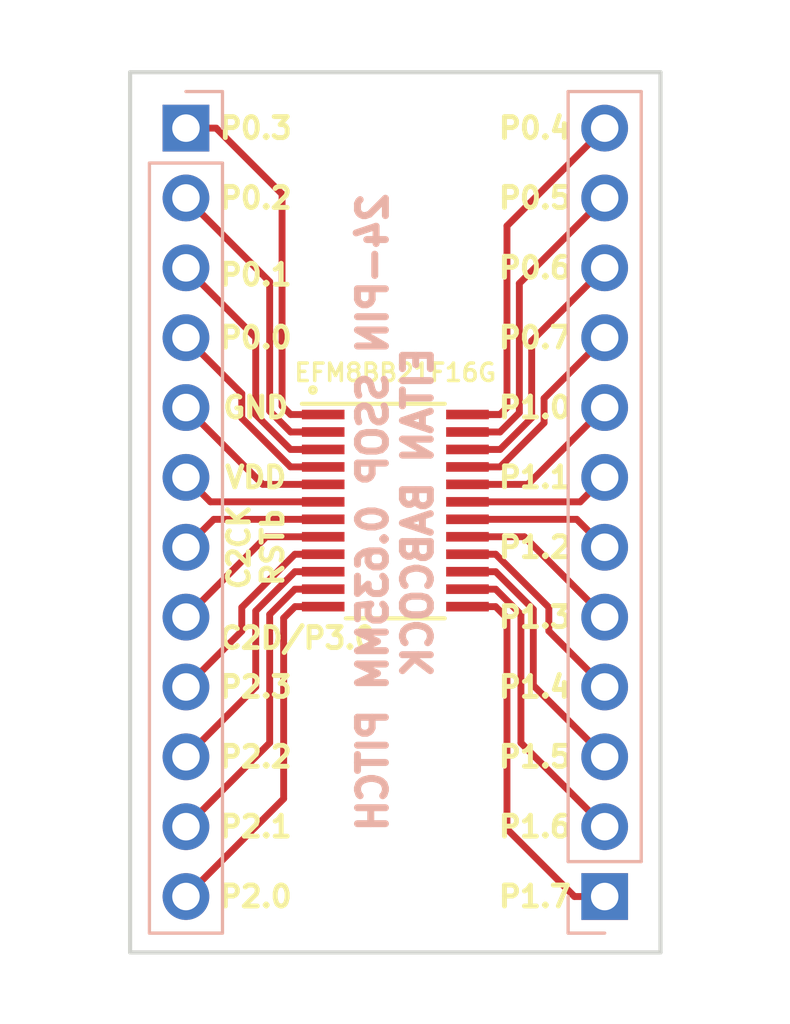
<source format=kicad_pcb>
(kicad_pcb (version 20171130) (host pcbnew 5.0.2-bee76a0~70~ubuntu18.04.1)

  (general
    (thickness 1.6)
    (drawings 29)
    (tracks 84)
    (zones 0)
    (modules 3)
    (nets 25)
  )

  (page A4)
  (layers
    (0 F.Cu signal)
    (31 B.Cu signal)
    (32 B.Adhes user)
    (33 F.Adhes user)
    (34 B.Paste user)
    (35 F.Paste user)
    (36 B.SilkS user)
    (37 F.SilkS user)
    (38 B.Mask user)
    (39 F.Mask user)
    (40 Dwgs.User user)
    (41 Cmts.User user)
    (42 Eco1.User user)
    (43 Eco2.User user)
    (44 Edge.Cuts user)
    (45 Margin user)
    (46 B.CrtYd user)
    (47 F.CrtYd user)
    (48 B.Fab user)
    (49 F.Fab user)
  )

  (setup
    (last_trace_width 0.25)
    (trace_clearance 0.2)
    (zone_clearance 0.508)
    (zone_45_only no)
    (trace_min 0.2)
    (segment_width 0.2)
    (edge_width 0.15)
    (via_size 0.8)
    (via_drill 0.4)
    (via_min_size 0.4)
    (via_min_drill 0.3)
    (uvia_size 0.3)
    (uvia_drill 0.1)
    (uvias_allowed no)
    (uvia_min_size 0.2)
    (uvia_min_drill 0.1)
    (pcb_text_width 0.3)
    (pcb_text_size 1.5 1.5)
    (mod_edge_width 0.15)
    (mod_text_size 1 1)
    (mod_text_width 0.15)
    (pad_size 1.524 1.524)
    (pad_drill 0.762)
    (pad_to_mask_clearance 0.051)
    (solder_mask_min_width 0.25)
    (aux_axis_origin 0 0)
    (visible_elements FFFFFF7F)
    (pcbplotparams
      (layerselection 0x010fc_ffffffff)
      (usegerberextensions false)
      (usegerberattributes false)
      (usegerberadvancedattributes false)
      (creategerberjobfile false)
      (excludeedgelayer true)
      (linewidth 0.100000)
      (plotframeref false)
      (viasonmask false)
      (mode 1)
      (useauxorigin false)
      (hpglpennumber 1)
      (hpglpenspeed 20)
      (hpglpendiameter 15.000000)
      (psnegative false)
      (psa4output false)
      (plotreference true)
      (plotvalue true)
      (plotinvisibletext false)
      (padsonsilk false)
      (subtractmaskfromsilk false)
      (outputformat 1)
      (mirror false)
      (drillshape 1)
      (scaleselection 1)
      (outputdirectory ""))
  )

  (net 0 "")
  (net 1 1)
  (net 2 2)
  (net 3 3)
  (net 4 4)
  (net 5 5)
  (net 6 6)
  (net 7 7)
  (net 8 8)
  (net 9 9)
  (net 10 10)
  (net 11 11)
  (net 12 12)
  (net 13 24)
  (net 14 23)
  (net 15 22)
  (net 16 21)
  (net 17 20)
  (net 18 19)
  (net 19 18)
  (net 20 17)
  (net 21 16)
  (net 22 15)
  (net 23 14)
  (net 24 13)

  (net_class Default "This is the default net class."
    (clearance 0.2)
    (trace_width 0.25)
    (via_dia 0.8)
    (via_drill 0.4)
    (uvia_dia 0.3)
    (uvia_drill 0.1)
    (add_net 1)
    (add_net 10)
    (add_net 11)
    (add_net 12)
    (add_net 13)
    (add_net 14)
    (add_net 15)
    (add_net 16)
    (add_net 17)
    (add_net 18)
    (add_net 19)
    (add_net 2)
    (add_net 20)
    (add_net 21)
    (add_net 22)
    (add_net 23)
    (add_net 24)
    (add_net 3)
    (add_net 4)
    (add_net 5)
    (add_net 6)
    (add_net 7)
    (add_net 8)
    (add_net 9)
  )

  (module Connector_PinHeader_2.54mm:PinHeader_1x12_P2.54mm_Vertical (layer B.Cu) (tedit 5C608F10) (tstamp 5C801F58)
    (at 139.7 76.2 180)
    (descr "Through hole straight pin header, 1x12, 2.54mm pitch, single row")
    (tags "Through hole pin header THT 1x12 2.54mm single row")
    (path /5C608857)
    (fp_text reference J1 (at 0 2.33 180) (layer B.Fab)
      (effects (font (size 1 1) (thickness 0.15)) (justify mirror))
    )
    (fp_text value Conn_01x12_Male (at 0 -31.75 180) (layer B.Fab)
      (effects (font (size 1 1) (thickness 0.15)) (justify mirror))
    )
    (fp_line (start -0.635 1.27) (end 1.27 1.27) (layer B.Fab) (width 0.1))
    (fp_line (start 1.27 1.27) (end 1.27 -29.21) (layer B.Fab) (width 0.1))
    (fp_line (start 1.27 -29.21) (end -1.27 -29.21) (layer B.Fab) (width 0.1))
    (fp_line (start -1.27 -29.21) (end -1.27 0.635) (layer B.Fab) (width 0.1))
    (fp_line (start -1.27 0.635) (end -0.635 1.27) (layer B.Fab) (width 0.1))
    (fp_line (start -1.33 -29.27) (end 1.33 -29.27) (layer B.SilkS) (width 0.12))
    (fp_line (start -1.33 -1.27) (end -1.33 -29.27) (layer B.SilkS) (width 0.12))
    (fp_line (start 1.33 -1.27) (end 1.33 -29.27) (layer B.SilkS) (width 0.12))
    (fp_line (start -1.33 -1.27) (end 1.33 -1.27) (layer B.SilkS) (width 0.12))
    (fp_line (start -1.33 0) (end -1.33 1.33) (layer B.SilkS) (width 0.12))
    (fp_line (start -1.33 1.33) (end 0 1.33) (layer B.SilkS) (width 0.12))
    (fp_line (start -1.8 1.8) (end -1.8 -29.75) (layer B.CrtYd) (width 0.05))
    (fp_line (start -1.8 -29.75) (end 1.8 -29.75) (layer B.CrtYd) (width 0.05))
    (fp_line (start 1.8 -29.75) (end 1.8 1.8) (layer B.CrtYd) (width 0.05))
    (fp_line (start 1.8 1.8) (end -1.8 1.8) (layer B.CrtYd) (width 0.05))
    (fp_text user %R (at 0 -13.97 90) (layer B.Fab)
      (effects (font (size 1 1) (thickness 0.15)) (justify mirror))
    )
    (pad 1 thru_hole rect (at 0 0 180) (size 1.7 1.7) (drill 1) (layers *.Cu *.Mask)
      (net 1 1))
    (pad 2 thru_hole oval (at 0 -2.54 180) (size 1.7 1.7) (drill 1) (layers *.Cu *.Mask)
      (net 2 2))
    (pad 3 thru_hole oval (at 0 -5.08 180) (size 1.7 1.7) (drill 1) (layers *.Cu *.Mask)
      (net 3 3))
    (pad 4 thru_hole oval (at 0 -7.62 180) (size 1.7 1.7) (drill 1) (layers *.Cu *.Mask)
      (net 4 4))
    (pad 5 thru_hole oval (at 0 -10.16 180) (size 1.7 1.7) (drill 1) (layers *.Cu *.Mask)
      (net 5 5))
    (pad 6 thru_hole oval (at 0 -12.7 180) (size 1.7 1.7) (drill 1) (layers *.Cu *.Mask)
      (net 6 6))
    (pad 7 thru_hole oval (at 0 -15.24 180) (size 1.7 1.7) (drill 1) (layers *.Cu *.Mask)
      (net 7 7))
    (pad 8 thru_hole oval (at 0 -17.78 180) (size 1.7 1.7) (drill 1) (layers *.Cu *.Mask)
      (net 8 8))
    (pad 9 thru_hole oval (at 0 -20.32 180) (size 1.7 1.7) (drill 1) (layers *.Cu *.Mask)
      (net 9 9))
    (pad 10 thru_hole oval (at 0 -22.86 180) (size 1.7 1.7) (drill 1) (layers *.Cu *.Mask)
      (net 10 10))
    (pad 11 thru_hole oval (at 0 -25.4 180) (size 1.7 1.7) (drill 1) (layers *.Cu *.Mask)
      (net 11 11))
    (pad 12 thru_hole oval (at 0 -27.94 180) (size 1.7 1.7) (drill 1) (layers *.Cu *.Mask)
      (net 12 12))
    (model ${KISYS3DMOD}/Connector_PinHeader_2.54mm.3dshapes/PinHeader_1x12_P2.54mm_Vertical.wrl
      (at (xyz 0 0 0))
      (scale (xyz 1 1 1))
      (rotate (xyz 0 0 0))
    )
  )

  (module Connector_PinHeader_2.54mm:PinHeader_1x12_P2.54mm_Vertical (layer B.Cu) (tedit 5C608F07) (tstamp 5C8023ED)
    (at 154.94 104.14)
    (descr "Through hole straight pin header, 1x12, 2.54mm pitch, single row")
    (tags "Through hole pin header THT 1x12 2.54mm single row")
    (path /5C6088CB)
    (fp_text reference J2 (at 0 2.33) (layer B.Fab)
      (effects (font (size 1 1) (thickness 0.15)) (justify mirror))
    )
    (fp_text value Conn_01x12_Male (at 0 -31.75) (layer B.Fab)
      (effects (font (size 1 1) (thickness 0.15)) (justify mirror))
    )
    (fp_text user %R (at 0 -13.97 -90) (layer B.Fab)
      (effects (font (size 1 1) (thickness 0.15)) (justify mirror))
    )
    (fp_line (start 1.8 1.8) (end -1.8 1.8) (layer B.CrtYd) (width 0.05))
    (fp_line (start 1.8 -29.75) (end 1.8 1.8) (layer B.CrtYd) (width 0.05))
    (fp_line (start -1.8 -29.75) (end 1.8 -29.75) (layer B.CrtYd) (width 0.05))
    (fp_line (start -1.8 1.8) (end -1.8 -29.75) (layer B.CrtYd) (width 0.05))
    (fp_line (start -1.33 1.33) (end 0 1.33) (layer B.SilkS) (width 0.12))
    (fp_line (start -1.33 0) (end -1.33 1.33) (layer B.SilkS) (width 0.12))
    (fp_line (start -1.33 -1.27) (end 1.33 -1.27) (layer B.SilkS) (width 0.12))
    (fp_line (start 1.33 -1.27) (end 1.33 -29.27) (layer B.SilkS) (width 0.12))
    (fp_line (start -1.33 -1.27) (end -1.33 -29.27) (layer B.SilkS) (width 0.12))
    (fp_line (start -1.33 -29.27) (end 1.33 -29.27) (layer B.SilkS) (width 0.12))
    (fp_line (start -1.27 0.635) (end -0.635 1.27) (layer B.Fab) (width 0.1))
    (fp_line (start -1.27 -29.21) (end -1.27 0.635) (layer B.Fab) (width 0.1))
    (fp_line (start 1.27 -29.21) (end -1.27 -29.21) (layer B.Fab) (width 0.1))
    (fp_line (start 1.27 1.27) (end 1.27 -29.21) (layer B.Fab) (width 0.1))
    (fp_line (start -0.635 1.27) (end 1.27 1.27) (layer B.Fab) (width 0.1))
    (pad 12 thru_hole oval (at 0 -27.94) (size 1.7 1.7) (drill 1) (layers *.Cu *.Mask)
      (net 13 24))
    (pad 11 thru_hole oval (at 0 -25.4) (size 1.7 1.7) (drill 1) (layers *.Cu *.Mask)
      (net 14 23))
    (pad 10 thru_hole oval (at 0 -22.86) (size 1.7 1.7) (drill 1) (layers *.Cu *.Mask)
      (net 15 22))
    (pad 9 thru_hole oval (at 0 -20.32) (size 1.7 1.7) (drill 1) (layers *.Cu *.Mask)
      (net 16 21))
    (pad 8 thru_hole oval (at 0 -17.78) (size 1.7 1.7) (drill 1) (layers *.Cu *.Mask)
      (net 17 20))
    (pad 7 thru_hole oval (at 0 -15.24) (size 1.7 1.7) (drill 1) (layers *.Cu *.Mask)
      (net 18 19))
    (pad 6 thru_hole oval (at 0 -12.7) (size 1.7 1.7) (drill 1) (layers *.Cu *.Mask)
      (net 19 18))
    (pad 5 thru_hole oval (at 0 -10.16) (size 1.7 1.7) (drill 1) (layers *.Cu *.Mask)
      (net 20 17))
    (pad 4 thru_hole oval (at 0 -7.62) (size 1.7 1.7) (drill 1) (layers *.Cu *.Mask)
      (net 21 16))
    (pad 3 thru_hole oval (at 0 -5.08) (size 1.7 1.7) (drill 1) (layers *.Cu *.Mask)
      (net 22 15))
    (pad 2 thru_hole oval (at 0 -2.54) (size 1.7 1.7) (drill 1) (layers *.Cu *.Mask)
      (net 23 14))
    (pad 1 thru_hole rect (at 0 0) (size 1.7 1.7) (drill 1) (layers *.Cu *.Mask)
      (net 24 13))
    (model ${KISYS3DMOD}/Connector_PinHeader_2.54mm.3dshapes/PinHeader_1x12_P2.54mm_Vertical.wrl
      (at (xyz 0 0 0))
      (scale (xyz 1 1 1))
      (rotate (xyz 0 0 0))
    )
  )

  (module blheli_esc:efm8b21-qsop24 (layer F.Cu) (tedit 5C6094BF) (tstamp 5C801F97)
    (at 147.32 90.424)
    (path /5C6081F4)
    (fp_text reference U1 (at 0 -1.27) (layer F.Fab)
      (effects (font (size 1 1) (thickness 0.15)))
    )
    (fp_text value EFM8BB21F16G (at 0 -5.334 180) (layer F.SilkS)
      (effects (font (size 0.635 0.635) (thickness 0.127)))
    )
    (fp_line (start -3.4 -4.2) (end 1.8 -4.2) (layer F.SilkS) (width 0.15))
    (fp_line (start -1.8 3.6) (end 1.8 3.6) (layer F.SilkS) (width 0.15))
    (fp_circle (center -3 -4.7) (end -2.9 -4.7) (layer F.SilkS) (width 0.15))
    (pad 1 smd rect (at -2.625 -3.81) (size 1.55 0.35) (layers F.Cu F.Paste F.Mask)
      (net 1 1))
    (pad 2 smd rect (at -2.625 -3.175) (size 1.55 0.35) (layers F.Cu F.Paste F.Mask)
      (net 2 2))
    (pad 3 smd rect (at -2.625 -2.54) (size 1.55 0.35) (layers F.Cu F.Paste F.Mask)
      (net 3 3))
    (pad 4 smd rect (at -2.625 -1.905) (size 1.55 0.35) (layers F.Cu F.Paste F.Mask)
      (net 4 4))
    (pad 5 smd rect (at -2.625 -1.27) (size 1.55 0.35) (layers F.Cu F.Paste F.Mask)
      (net 5 5))
    (pad 6 smd rect (at -2.625 -0.635) (size 1.55 0.35) (layers F.Cu F.Paste F.Mask)
      (net 6 6))
    (pad 7 smd rect (at -2.625 0) (size 1.55 0.35) (layers F.Cu F.Paste F.Mask)
      (net 7 7))
    (pad 8 smd rect (at -2.625 0.635) (size 1.55 0.35) (layers F.Cu F.Paste F.Mask)
      (net 8 8))
    (pad 9 smd rect (at -2.625 1.27) (size 1.55 0.35) (layers F.Cu F.Paste F.Mask)
      (net 9 9))
    (pad 10 smd rect (at -2.625 1.905) (size 1.55 0.35) (layers F.Cu F.Paste F.Mask)
      (net 10 10))
    (pad 11 smd rect (at -2.625 2.54) (size 1.55 0.35) (layers F.Cu F.Paste F.Mask)
      (net 11 11))
    (pad 12 smd rect (at -2.625 3.175) (size 1.55 0.35) (layers F.Cu F.Paste F.Mask)
      (net 12 12))
    (pad 13 smd rect (at 2.625 3.175) (size 1.55 0.35) (layers F.Cu F.Paste F.Mask)
      (net 24 13))
    (pad 14 smd rect (at 2.625 2.54) (size 1.55 0.35) (layers F.Cu F.Paste F.Mask)
      (net 23 14))
    (pad 15 smd rect (at 2.625 1.905) (size 1.55 0.35) (layers F.Cu F.Paste F.Mask)
      (net 22 15))
    (pad 16 smd rect (at 2.625 1.27) (size 1.55 0.35) (layers F.Cu F.Paste F.Mask)
      (net 21 16))
    (pad 17 smd rect (at 2.625 0.635) (size 1.55 0.35) (layers F.Cu F.Paste F.Mask)
      (net 20 17))
    (pad 18 smd rect (at 2.625 0) (size 1.55 0.35) (layers F.Cu F.Paste F.Mask)
      (net 19 18))
    (pad 19 smd rect (at 2.625 -0.635) (size 1.55 0.35) (layers F.Cu F.Paste F.Mask)
      (net 18 19))
    (pad 20 smd rect (at 2.625 -1.27) (size 1.55 0.35) (layers F.Cu F.Paste F.Mask)
      (net 17 20))
    (pad 21 smd rect (at 2.625 -1.905) (size 1.55 0.35) (layers F.Cu F.Paste F.Mask)
      (net 16 21))
    (pad 22 smd rect (at 2.625 -2.54) (size 1.55 0.35) (layers F.Cu F.Paste F.Mask)
      (net 15 22))
    (pad 23 smd rect (at 2.625 -3.175) (size 1.55 0.35) (layers F.Cu F.Paste F.Mask)
      (net 14 23))
    (pad 24 smd rect (at 2.625 -3.81) (size 1.55 0.35) (layers F.Cu F.Paste F.Mask)
      (net 13 24))
  )

  (gr_text "C2CK\nRSTb" (at 142.24 91.44 90) (layer F.SilkS) (tstamp 5C802333)
    (effects (font (size 0.762 0.762) (thickness 0.1778)))
  )
  (gr_line (start 137.668 106.172) (end 137.668 74.168) (layer Edge.Cuts) (width 0.15))
  (gr_line (start 156.972 106.172) (end 137.668 106.172) (layer Edge.Cuts) (width 0.15))
  (gr_line (start 156.972 74.168) (end 156.972 106.172) (layer Edge.Cuts) (width 0.15))
  (gr_line (start 137.668 74.168) (end 156.972 74.168) (layer Edge.Cuts) (width 0.15))
  (gr_text P0.4 (at 152.4 76.2) (layer F.SilkS) (tstamp 5C802333)
    (effects (font (size 0.762 0.762) (thickness 0.1778)))
  )
  (gr_text P0.5 (at 152.4 78.74) (layer F.SilkS) (tstamp 5C802333)
    (effects (font (size 0.762 0.762) (thickness 0.1778)))
  )
  (gr_text P0.6 (at 152.4 81.28) (layer F.SilkS) (tstamp 5C802333)
    (effects (font (size 0.762 0.762) (thickness 0.1778)))
  )
  (gr_text P0.7 (at 152.4 83.82) (layer F.SilkS) (tstamp 5C802333)
    (effects (font (size 0.762 0.762) (thickness 0.1778)))
  )
  (gr_text P1.0 (at 152.4 86.36) (layer F.SilkS) (tstamp 5C802333)
    (effects (font (size 0.762 0.762) (thickness 0.1778)))
  )
  (gr_text P1.1 (at 152.4 88.9) (layer F.SilkS) (tstamp 5C802333)
    (effects (font (size 0.762 0.762) (thickness 0.1778)))
  )
  (gr_text P1.2 (at 152.4 91.44) (layer F.SilkS) (tstamp 5C802333)
    (effects (font (size 0.762 0.762) (thickness 0.1778)))
  )
  (gr_text P1.3 (at 152.4 93.98) (layer F.SilkS) (tstamp 5C802333)
    (effects (font (size 0.762 0.762) (thickness 0.1778)))
  )
  (gr_text P1.4 (at 152.4 96.52) (layer F.SilkS) (tstamp 5C802333)
    (effects (font (size 0.762 0.762) (thickness 0.1778)))
  )
  (gr_text P1.5 (at 152.4 99.06) (layer F.SilkS) (tstamp 5C802333)
    (effects (font (size 0.762 0.762) (thickness 0.1778)))
  )
  (gr_text P1.6 (at 152.4 101.6) (layer F.SilkS) (tstamp 5C802333)
    (effects (font (size 0.762 0.762) (thickness 0.1778)))
  )
  (gr_text P1.7 (at 152.4 104.14) (layer F.SilkS) (tstamp 5C802333)
    (effects (font (size 0.762 0.762) (thickness 0.1778)))
  )
  (gr_text P2.0 (at 142.24 104.14) (layer F.SilkS) (tstamp 5C80235A)
    (effects (font (size 0.762 0.762) (thickness 0.1778)))
  )
  (gr_text P2.1 (at 142.24 101.6) (layer F.SilkS) (tstamp 5C802333)
    (effects (font (size 0.762 0.762) (thickness 0.1778)))
  )
  (gr_text P2.2 (at 142.24 99.06) (layer F.SilkS) (tstamp 5C802352)
    (effects (font (size 0.762 0.762) (thickness 0.1778)))
  )
  (gr_text P2.3 (at 142.24 96.52) (layer F.SilkS) (tstamp 5C802333)
    (effects (font (size 0.762 0.762) (thickness 0.1778)))
  )
  (gr_text C2D/P3.0 (at 143.764 94.742) (layer F.SilkS) (tstamp 5C802333)
    (effects (font (size 0.762 0.762) (thickness 0.1778)))
  )
  (gr_text VDD (at 142.24 88.9) (layer F.SilkS) (tstamp 5C802333)
    (effects (font (size 0.762 0.762) (thickness 0.1778)))
  )
  (gr_text GND (at 142.24 86.36) (layer F.SilkS) (tstamp 5C802333)
    (effects (font (size 0.762 0.762) (thickness 0.1778)))
  )
  (gr_text P0.0 (at 142.24 83.82) (layer F.SilkS) (tstamp 5C802333)
    (effects (font (size 0.762 0.762) (thickness 0.1778)))
  )
  (gr_text P0.1 (at 142.24 81.534) (layer F.SilkS) (tstamp 5C802333)
    (effects (font (size 0.762 0.762) (thickness 0.1778)))
  )
  (gr_text P0.2 (at 142.24 78.74) (layer F.SilkS) (tstamp 5C802333)
    (effects (font (size 0.762 0.762) (thickness 0.1778)))
  )
  (gr_text P0.3 (at 142.24 76.2) (layer F.SilkS)
    (effects (font (size 0.762 0.762) (thickness 0.1778)))
  )
  (gr_text "24-PIN SSOP 0.635MM PITCH\nEITAN BABCOCK" (at 147.32 90.17 90) (layer B.SilkS) (tstamp 5C802693)
    (effects (font (size 1.016 1.016) (thickness 0.254)) (justify mirror))
  )

  (segment (start 143.51 86.614) (end 143.19801 86.30201) (width 0.25) (layer F.Cu) (net 1))
  (segment (start 144.695 86.614) (end 143.51 86.614) (width 0.25) (layer F.Cu) (net 1))
  (segment (start 140.8 76.2) (end 139.7 76.2) (width 0.25) (layer F.Cu) (net 1))
  (segment (start 143.19801 78.59801) (end 140.8 76.2) (width 0.25) (layer F.Cu) (net 1))
  (segment (start 143.19801 86.30201) (end 143.19801 78.59801) (width 0.25) (layer F.Cu) (net 1))
  (segment (start 143.50859 87.249) (end 142.748 86.48841) (width 0.25) (layer F.Cu) (net 2))
  (segment (start 144.695 87.249) (end 143.50859 87.249) (width 0.25) (layer F.Cu) (net 2))
  (segment (start 142.748 81.788) (end 139.7 78.74) (width 0.25) (layer F.Cu) (net 2))
  (segment (start 142.748 86.48841) (end 142.748 81.788) (width 0.25) (layer F.Cu) (net 2))
  (segment (start 143.50718 87.884) (end 142.24 86.61682) (width 0.25) (layer F.Cu) (net 3))
  (segment (start 144.695 87.884) (end 143.50718 87.884) (width 0.25) (layer F.Cu) (net 3))
  (segment (start 142.24 83.82) (end 139.7 81.28) (width 0.25) (layer F.Cu) (net 3))
  (segment (start 142.24 86.61682) (end 142.24 83.82) (width 0.25) (layer F.Cu) (net 3))
  (segment (start 143.50577 88.519) (end 141.732 86.74523) (width 0.25) (layer F.Cu) (net 4))
  (segment (start 144.695 88.519) (end 143.50577 88.519) (width 0.25) (layer F.Cu) (net 4))
  (segment (start 141.732 85.852) (end 139.7 83.82) (width 0.25) (layer F.Cu) (net 4))
  (segment (start 141.732 86.74523) (end 141.732 85.852) (width 0.25) (layer F.Cu) (net 4))
  (segment (start 142.494 89.154) (end 139.7 86.36) (width 0.25) (layer F.Cu) (net 5))
  (segment (start 144.695 89.154) (end 142.494 89.154) (width 0.25) (layer F.Cu) (net 5))
  (segment (start 140.589 89.789) (end 139.7 88.9) (width 0.25) (layer F.Cu) (net 6))
  (segment (start 144.695 89.789) (end 140.589 89.789) (width 0.25) (layer F.Cu) (net 6))
  (segment (start 140.716 90.424) (end 139.7 91.44) (width 0.25) (layer F.Cu) (net 7))
  (segment (start 144.695 90.424) (end 140.716 90.424) (width 0.25) (layer F.Cu) (net 7))
  (segment (start 142.621 91.059) (end 139.7 93.98) (width 0.25) (layer F.Cu) (net 8))
  (segment (start 144.695 91.059) (end 142.621 91.059) (width 0.25) (layer F.Cu) (net 8))
  (segment (start 143.66577 91.694) (end 141.732 93.62777) (width 0.25) (layer F.Cu) (net 9))
  (segment (start 144.695 91.694) (end 143.66577 91.694) (width 0.25) (layer F.Cu) (net 9))
  (segment (start 141.732 94.488) (end 139.7 96.52) (width 0.25) (layer F.Cu) (net 9))
  (segment (start 141.732 93.62777) (end 141.732 94.488) (width 0.25) (layer F.Cu) (net 9))
  (segment (start 143.66718 92.329) (end 142.24 93.75618) (width 0.25) (layer F.Cu) (net 10))
  (segment (start 144.695 92.329) (end 143.66718 92.329) (width 0.25) (layer F.Cu) (net 10))
  (segment (start 142.24 96.52) (end 139.7 99.06) (width 0.25) (layer F.Cu) (net 10))
  (segment (start 142.24 93.75618) (end 142.24 96.52) (width 0.25) (layer F.Cu) (net 10))
  (segment (start 143.66859 92.964) (end 142.748 93.88459) (width 0.25) (layer F.Cu) (net 11))
  (segment (start 144.695 92.964) (end 143.66859 92.964) (width 0.25) (layer F.Cu) (net 11))
  (segment (start 142.748 98.552) (end 139.7 101.6) (width 0.25) (layer F.Cu) (net 11))
  (segment (start 142.748 93.88459) (end 142.748 98.552) (width 0.25) (layer F.Cu) (net 11))
  (segment (start 143.67 93.599) (end 143.256 94.013) (width 0.25) (layer F.Cu) (net 12))
  (segment (start 144.695 93.599) (end 143.67 93.599) (width 0.25) (layer F.Cu) (net 12))
  (segment (start 143.256 100.584) (end 139.7 104.14) (width 0.25) (layer F.Cu) (net 12))
  (segment (start 143.256 94.013) (end 143.256 100.584) (width 0.25) (layer F.Cu) (net 12))
  (segment (start 149.945 86.614) (end 151.13 86.614) (width 0.25) (layer F.Cu) (net 13))
  (segment (start 149.945 86.614) (end 150.545 86.614) (width 0.25) (layer F.Cu) (net 13))
  (segment (start 150.545 86.614) (end 151.13 86.614) (width 0.25) (layer F.Cu) (net 13))
  (segment (start 151.13 86.614) (end 151.384 86.36) (width 0.25) (layer F.Cu) (net 13))
  (segment (start 151.384 79.756) (end 154.94 76.2) (width 0.25) (layer F.Cu) (net 13))
  (segment (start 151.384 86.36) (end 151.384 79.756) (width 0.25) (layer F.Cu) (net 13))
  (segment (start 151.13141 87.249) (end 151.83401 86.5464) (width 0.25) (layer F.Cu) (net 14))
  (segment (start 149.945 87.249) (end 151.13141 87.249) (width 0.25) (layer F.Cu) (net 14))
  (segment (start 151.83401 81.84599) (end 154.94 78.74) (width 0.25) (layer F.Cu) (net 14))
  (segment (start 151.83401 86.5464) (end 151.83401 81.84599) (width 0.25) (layer F.Cu) (net 14))
  (segment (start 151.13282 87.884) (end 152.28402 86.7328) (width 0.25) (layer F.Cu) (net 15))
  (segment (start 149.945 87.884) (end 151.13282 87.884) (width 0.25) (layer F.Cu) (net 15))
  (segment (start 152.28402 83.93598) (end 154.94 81.28) (width 0.25) (layer F.Cu) (net 15))
  (segment (start 152.28402 86.7328) (end 152.28402 83.93598) (width 0.25) (layer F.Cu) (net 15))
  (segment (start 151.13423 88.519) (end 152.73403 86.9192) (width 0.25) (layer F.Cu) (net 16))
  (segment (start 149.945 88.519) (end 151.13423 88.519) (width 0.25) (layer F.Cu) (net 16))
  (segment (start 152.73403 86.02597) (end 154.94 83.82) (width 0.25) (layer F.Cu) (net 16))
  (segment (start 152.73403 86.9192) (end 152.73403 86.02597) (width 0.25) (layer F.Cu) (net 16))
  (segment (start 152.146 89.154) (end 154.94 86.36) (width 0.25) (layer F.Cu) (net 17))
  (segment (start 149.945 89.154) (end 152.146 89.154) (width 0.25) (layer F.Cu) (net 17))
  (segment (start 154.051 89.789) (end 154.94 88.9) (width 0.25) (layer F.Cu) (net 18))
  (segment (start 149.945 89.789) (end 154.051 89.789) (width 0.25) (layer F.Cu) (net 18))
  (segment (start 153.924 90.424) (end 154.94 91.44) (width 0.25) (layer F.Cu) (net 19))
  (segment (start 149.945 90.424) (end 153.924 90.424) (width 0.25) (layer F.Cu) (net 19))
  (segment (start 152.019 91.059) (end 154.94 93.98) (width 0.25) (layer F.Cu) (net 20))
  (segment (start 149.945 91.059) (end 152.019 91.059) (width 0.25) (layer F.Cu) (net 20))
  (segment (start 150.97423 91.694) (end 152.908 93.62777) (width 0.25) (layer F.Cu) (net 21))
  (segment (start 149.945 91.694) (end 150.97423 91.694) (width 0.25) (layer F.Cu) (net 21))
  (segment (start 152.908 94.488) (end 154.94 96.52) (width 0.25) (layer F.Cu) (net 21))
  (segment (start 152.908 93.62777) (end 152.908 94.488) (width 0.25) (layer F.Cu) (net 21))
  (segment (start 150.97282 92.329) (end 152.34201 93.69819) (width 0.25) (layer F.Cu) (net 22))
  (segment (start 149.945 92.329) (end 150.97282 92.329) (width 0.25) (layer F.Cu) (net 22))
  (segment (start 152.34201 96.46201) (end 154.94 99.06) (width 0.25) (layer F.Cu) (net 22))
  (segment (start 152.34201 93.69819) (end 152.34201 96.46201) (width 0.25) (layer F.Cu) (net 22))
  (segment (start 150.97141 92.964) (end 151.892 93.88459) (width 0.25) (layer F.Cu) (net 23))
  (segment (start 149.945 92.964) (end 150.97141 92.964) (width 0.25) (layer F.Cu) (net 23))
  (segment (start 151.892 98.552) (end 154.94 101.6) (width 0.25) (layer F.Cu) (net 23))
  (segment (start 151.892 93.88459) (end 151.892 98.552) (width 0.25) (layer F.Cu) (net 23))
  (segment (start 153.84 104.14) (end 154.94 104.14) (width 0.25) (layer F.Cu) (net 24))
  (segment (start 151.384 101.684) (end 153.84 104.14) (width 0.25) (layer F.Cu) (net 24))
  (segment (start 151.384 94.013) (end 151.384 101.684) (width 0.25) (layer F.Cu) (net 24))
  (segment (start 150.97 93.599) (end 151.384 94.013) (width 0.25) (layer F.Cu) (net 24))
  (segment (start 149.945 93.599) (end 150.97 93.599) (width 0.25) (layer F.Cu) (net 24))

)

</source>
